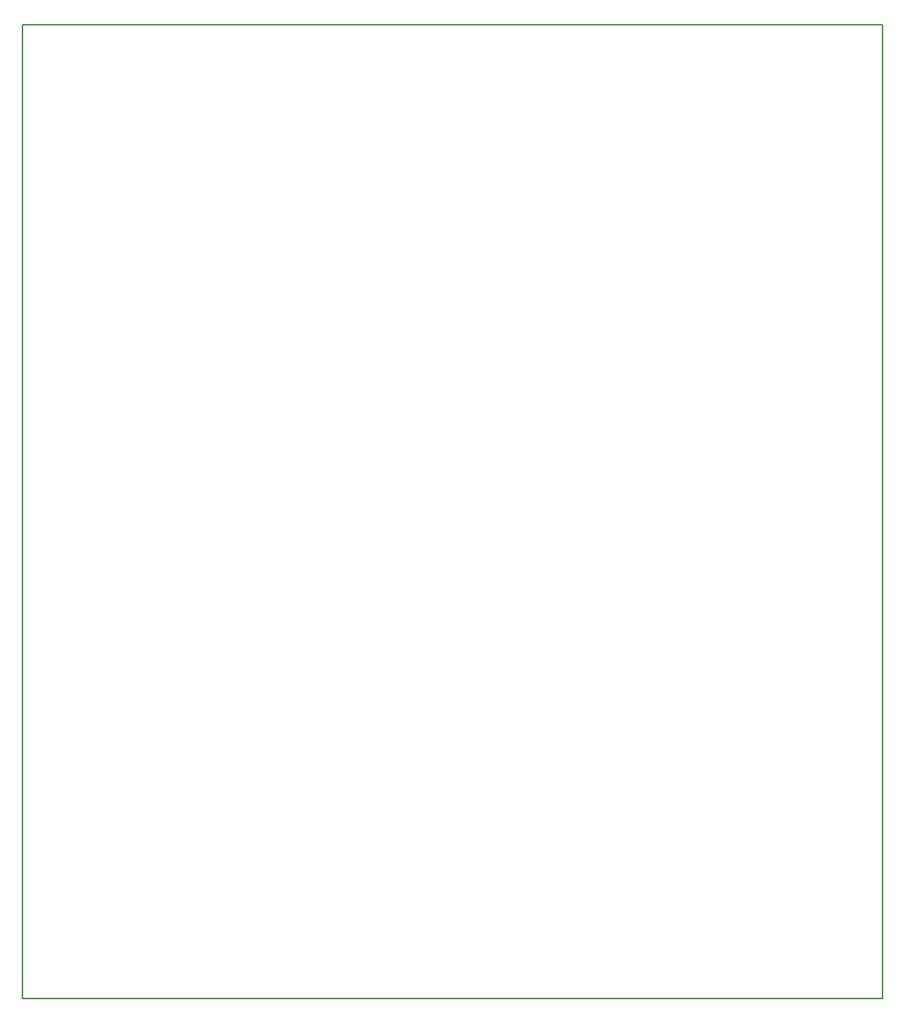
<source format=gbr>
%TF.GenerationSoftware,KiCad,Pcbnew,7.0.10*%
%TF.CreationDate,2024-03-07T18:06:15-07:00*%
%TF.ProjectId,Senior Design,53656e69-6f72-4204-9465-7369676e2e6b,rev?*%
%TF.SameCoordinates,Original*%
%TF.FileFunction,Profile,NP*%
%FSLAX46Y46*%
G04 Gerber Fmt 4.6, Leading zero omitted, Abs format (unit mm)*
G04 Created by KiCad (PCBNEW 7.0.10) date 2024-03-07 18:06:15*
%MOMM*%
%LPD*%
G01*
G04 APERTURE LIST*
%TA.AperFunction,Profile*%
%ADD10C,0.200000*%
%TD*%
G04 APERTURE END LIST*
D10*
X122000000Y-36700000D02*
X219240000Y-36700000D01*
X219240000Y-146700000D01*
X122000000Y-146700000D01*
X122000000Y-36700000D01*
M02*

</source>
